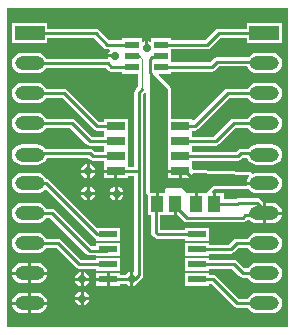
<source format=gtl>
G04*
G04 #@! TF.GenerationSoftware,Altium Limited,Altium Designer,20.0.14 (345)*
G04*
G04 Layer_Physical_Order=1*
G04 Layer_Color=255*
%FSLAX25Y25*%
%MOIN*%
G70*
G01*
G75*
%ADD10C,0.01000*%
%ADD12R,0.05906X0.02362*%
%ADD13R,0.06004X0.02559*%
%ADD14R,0.04331X0.05512*%
%ADD15R,0.04724X0.02362*%
%ADD23C,0.00400*%
%ADD24O,0.09843X0.04724*%
%ADD25R,0.09843X0.04724*%
%ADD26C,0.02756*%
G36*
X481000Y216500D02*
X387500D01*
Y323000D01*
X481000D01*
Y216500D01*
D02*
G37*
%LPC*%
G36*
X479243Y317862D02*
X467401D01*
Y315950D01*
X458000D01*
X457415Y315834D01*
X456919Y315503D01*
X453607Y312191D01*
X442283D01*
Y312842D01*
X435559D01*
Y311848D01*
X435118Y311613D01*
X434928Y311740D01*
X434500Y311825D01*
Y309500D01*
X433500D01*
Y311825D01*
X433072Y311740D01*
X432882Y311613D01*
X432441Y311848D01*
Y312842D01*
X425716D01*
Y312191D01*
X421508D01*
X418196Y315503D01*
X417700Y315834D01*
X417115Y315950D01*
X400921D01*
Y317862D01*
X389079D01*
Y311138D01*
X400921D01*
Y312892D01*
X416481D01*
X419793Y309580D01*
X420290Y309248D01*
X420875Y309132D01*
X421579D01*
X421730Y308632D01*
X421260Y307928D01*
X421175Y307500D01*
X423500D01*
Y306500D01*
X421175D01*
X421190Y306422D01*
X421145Y306311D01*
X420786Y305950D01*
X400597D01*
X400496Y306196D01*
X399957Y306898D01*
X399255Y307437D01*
X398437Y307776D01*
X397559Y307891D01*
X392441D01*
X391563Y307776D01*
X390745Y307437D01*
X390043Y306898D01*
X389504Y306196D01*
X389165Y305378D01*
X389050Y304500D01*
X389165Y303622D01*
X389504Y302804D01*
X390043Y302102D01*
X390745Y301563D01*
X391563Y301224D01*
X392441Y301109D01*
X397559D01*
X398437Y301224D01*
X399255Y301563D01*
X399957Y302102D01*
X400496Y302804D01*
X400532Y302892D01*
X420366D01*
X421159Y302099D01*
X421655Y301768D01*
X422240Y301652D01*
X425716D01*
Y301000D01*
X431277D01*
Y296670D01*
X430333Y295726D01*
X430001Y295230D01*
X429885Y294645D01*
Y269951D01*
X427825D01*
Y270641D01*
X427825Y270701D01*
Y271142D01*
X427825Y271201D01*
Y275641D01*
X427825Y275701D01*
Y276142D01*
X427825Y276201D01*
Y280642D01*
X427825Y280701D01*
Y281141D01*
X427825Y281201D01*
Y285701D01*
X419821D01*
Y284950D01*
X418133D01*
X407581Y295502D01*
X407085Y295834D01*
X406500Y295951D01*
X400597D01*
X400496Y296196D01*
X399957Y296898D01*
X399255Y297437D01*
X398437Y297776D01*
X397559Y297891D01*
X392441D01*
X391563Y297776D01*
X390745Y297437D01*
X390043Y296898D01*
X389504Y296196D01*
X389165Y295378D01*
X389050Y294500D01*
X389165Y293622D01*
X389504Y292804D01*
X390043Y292102D01*
X390745Y291563D01*
X391563Y291224D01*
X392441Y291109D01*
X397559D01*
X398437Y291224D01*
X399255Y291563D01*
X399957Y292102D01*
X400496Y292804D01*
X400532Y292892D01*
X405866D01*
X416419Y282340D01*
X416915Y282008D01*
X417500Y281892D01*
X419821D01*
Y281201D01*
X419821Y281141D01*
Y280701D01*
X419821Y280642D01*
Y279950D01*
X415633D01*
X410081Y285503D01*
X409585Y285834D01*
X409000Y285950D01*
X400597D01*
X400496Y286196D01*
X399957Y286898D01*
X399255Y287437D01*
X398437Y287776D01*
X397559Y287891D01*
X392441D01*
X391563Y287776D01*
X390745Y287437D01*
X390043Y286898D01*
X389504Y286196D01*
X389165Y285378D01*
X389050Y284500D01*
X389165Y283622D01*
X389504Y282804D01*
X390043Y282102D01*
X390745Y281563D01*
X391563Y281224D01*
X392441Y281109D01*
X397559D01*
X398437Y281224D01*
X399255Y281563D01*
X399957Y282102D01*
X400496Y282804D01*
X400532Y282892D01*
X408366D01*
X413919Y277340D01*
X414415Y277008D01*
X415000Y276892D01*
X419821D01*
Y276201D01*
X419821Y276142D01*
Y275701D01*
X419821Y275641D01*
Y274951D01*
X416634D01*
X416081Y275502D01*
X415585Y275834D01*
X415000Y275951D01*
X400300D01*
X399957Y276398D01*
X399255Y276937D01*
X398437Y277276D01*
X397559Y277391D01*
X392441D01*
X391563Y277276D01*
X390745Y276937D01*
X390043Y276398D01*
X389504Y275696D01*
X389165Y274878D01*
X389050Y274000D01*
X389165Y273122D01*
X389504Y272304D01*
X390043Y271602D01*
X390745Y271063D01*
X391563Y270724D01*
X392441Y270609D01*
X397559D01*
X398437Y270724D01*
X399255Y271063D01*
X399957Y271602D01*
X400496Y272304D01*
X400739Y272892D01*
X414366D01*
X414919Y272340D01*
X415415Y272008D01*
X416000Y271892D01*
X419821D01*
Y271201D01*
X419821Y271142D01*
Y270701D01*
X419821Y270641D01*
Y268921D01*
X423823D01*
Y268421D01*
X424323D01*
Y266142D01*
X427825D01*
Y266892D01*
X429885D01*
Y235143D01*
X429500Y234827D01*
Y232500D01*
Y230175D01*
X429928Y230260D01*
X430714Y230786D01*
X431091Y231349D01*
X432496Y232754D01*
X432827Y233250D01*
X432944Y233835D01*
Y268421D01*
Y294011D01*
X433480Y294548D01*
X433878Y294435D01*
X433980Y294360D01*
Y270000D01*
Y261256D01*
X434058Y260866D01*
X434279Y260535D01*
X434429Y260435D01*
Y253744D01*
X435471D01*
Y248007D01*
X435587Y247422D01*
X435919Y246925D01*
X436504Y246340D01*
X437001Y246008D01*
X437586Y245892D01*
X446811D01*
Y245240D01*
X454716D01*
Y249602D01*
X446811D01*
Y248951D01*
X438529D01*
Y253744D01*
X443000D01*
Y257500D01*
X444000D01*
Y253744D01*
X444502D01*
X446328Y251919D01*
X446824Y251587D01*
X447409Y251471D01*
X466000D01*
X466585Y251587D01*
X467081Y251919D01*
X467452Y252290D01*
X468221D01*
X468365Y252102D01*
X469067Y251563D01*
X469885Y251224D01*
X470763Y251109D01*
X472822D01*
Y253581D01*
X472992Y253836D01*
X473108Y254421D01*
X473093Y254500D01*
X472992Y255006D01*
X472822Y255261D01*
Y258169D01*
X471910Y259081D01*
X471414Y259413D01*
X470828Y259529D01*
X464747D01*
X464162Y259413D01*
X463665Y259081D01*
X463613Y259029D01*
X459665D01*
Y261256D01*
X457000D01*
Y257500D01*
X456000D01*
Y261256D01*
X455851D01*
X455660Y261718D01*
X456422Y262480D01*
X467024D01*
X467072Y262490D01*
X467121Y262485D01*
X467266Y262528D01*
X467415Y262558D01*
X467417Y262560D01*
X467464Y262588D01*
X467502Y262599D01*
X468025Y262519D01*
X468086Y262463D01*
X468103Y262444D01*
X468365Y262102D01*
X469067Y261563D01*
X469885Y261224D01*
X470763Y261109D01*
X475881D01*
X476759Y261224D01*
X477577Y261563D01*
X478279Y262102D01*
X478818Y262804D01*
X479157Y263622D01*
X479272Y264500D01*
X479157Y265378D01*
X478818Y266196D01*
X478279Y266898D01*
X477577Y267437D01*
X476759Y267776D01*
X475881Y267891D01*
X470763D01*
X469885Y267776D01*
X469601Y267658D01*
X469110Y267667D01*
X469029Y267798D01*
X468961Y267936D01*
X468926Y267966D01*
X468901Y268006D01*
X468776Y268095D01*
X468660Y268196D01*
X468616Y268211D01*
X468578Y268238D01*
X468429Y268273D01*
X468283Y268322D01*
X468236Y268319D01*
X468191Y268329D01*
X449575Y268983D01*
X449509Y269033D01*
X449213Y269341D01*
X449179Y269425D01*
Y270701D01*
X449179D01*
Y271142D01*
X449179D01*
Y271892D01*
X464500D01*
X465085Y272008D01*
X465581Y272340D01*
X466133Y272892D01*
X467583D01*
X467826Y272304D01*
X468365Y271602D01*
X469067Y271063D01*
X469885Y270724D01*
X470763Y270609D01*
X475881D01*
X476759Y270724D01*
X477577Y271063D01*
X478279Y271602D01*
X478818Y272304D01*
X479157Y273122D01*
X479272Y274000D01*
X479157Y274878D01*
X478818Y275696D01*
X478279Y276398D01*
X477577Y276937D01*
X476759Y277276D01*
X475881Y277391D01*
X470763D01*
X469885Y277276D01*
X469067Y276937D01*
X468365Y276398D01*
X468021Y275951D01*
X465500D01*
X464915Y275834D01*
X464419Y275502D01*
X463867Y274951D01*
X449179D01*
Y275701D01*
X449179D01*
Y276142D01*
X449179D01*
Y276892D01*
X457000D01*
X457585Y277008D01*
X458081Y277340D01*
X463633Y282892D01*
X467790D01*
X467826Y282804D01*
X468365Y282102D01*
X469067Y281563D01*
X469885Y281224D01*
X470763Y281109D01*
X475881D01*
X476759Y281224D01*
X477577Y281563D01*
X478279Y282102D01*
X478818Y282804D01*
X479157Y283622D01*
X479272Y284500D01*
X479157Y285378D01*
X478818Y286196D01*
X478279Y286898D01*
X477577Y287437D01*
X476759Y287776D01*
X475881Y287891D01*
X470763D01*
X469885Y287776D01*
X469067Y287437D01*
X468365Y286898D01*
X467826Y286196D01*
X467724Y285950D01*
X463000D01*
X462415Y285834D01*
X461919Y285503D01*
X456366Y279950D01*
X449179D01*
Y280701D01*
X449179D01*
Y281142D01*
X449179D01*
Y281892D01*
X450000D01*
X450585Y282008D01*
X451081Y282340D01*
X461633Y292892D01*
X467790D01*
X467826Y292804D01*
X468365Y292102D01*
X469067Y291563D01*
X469885Y291224D01*
X470763Y291109D01*
X475881D01*
X476759Y291224D01*
X477577Y291563D01*
X478279Y292102D01*
X478818Y292804D01*
X479157Y293622D01*
X479272Y294500D01*
X479157Y295378D01*
X478818Y296196D01*
X478279Y296898D01*
X477577Y297437D01*
X476759Y297776D01*
X475881Y297891D01*
X470763D01*
X469885Y297776D01*
X469067Y297437D01*
X468365Y296898D01*
X467826Y296196D01*
X467724Y295951D01*
X461000D01*
X460415Y295834D01*
X459919Y295502D01*
X449679Y285263D01*
X449179Y285470D01*
Y285701D01*
X442020D01*
Y296000D01*
X441942Y296390D01*
X441721Y296721D01*
X437904Y300538D01*
X438095Y301000D01*
X442283D01*
Y301652D01*
X455760D01*
X456345Y301768D01*
X456841Y302099D01*
X458134Y303392D01*
X467583D01*
X467826Y302804D01*
X468365Y302102D01*
X469067Y301563D01*
X469885Y301224D01*
X470763Y301109D01*
X475881D01*
X476759Y301224D01*
X477577Y301563D01*
X478279Y302102D01*
X478818Y302804D01*
X479157Y303622D01*
X479272Y304500D01*
X479157Y305378D01*
X478818Y306196D01*
X478279Y306898D01*
X477577Y307437D01*
X476759Y307776D01*
X475881Y307891D01*
X470763D01*
X469885Y307776D01*
X469067Y307437D01*
X468365Y306898D01*
X468021Y306451D01*
X457500D01*
X456915Y306334D01*
X456419Y306002D01*
X455126Y304710D01*
X442283D01*
Y309132D01*
X454240D01*
X454825Y309248D01*
X455322Y309580D01*
X458634Y312892D01*
X467401D01*
Y311138D01*
X479243D01*
Y317862D01*
D02*
G37*
G36*
X415000Y270825D02*
Y269000D01*
X416825D01*
X416740Y269428D01*
X416214Y270214D01*
X415428Y270740D01*
X415000Y270825D01*
D02*
G37*
G36*
X414000D02*
X413572Y270740D01*
X412786Y270214D01*
X412260Y269428D01*
X412175Y269000D01*
X414000D01*
Y270825D01*
D02*
G37*
G36*
X416825Y268000D02*
X415000D01*
Y266175D01*
X415428Y266260D01*
X416214Y266786D01*
X416740Y267572D01*
X416825Y268000D01*
D02*
G37*
G36*
X414000D02*
X412175D01*
X412260Y267572D01*
X412786Y266786D01*
X413572Y266260D01*
X414000Y266175D01*
Y268000D01*
D02*
G37*
G36*
X423323Y267921D02*
X419821D01*
Y266142D01*
X423323D01*
Y267921D01*
D02*
G37*
G36*
X424500Y263325D02*
Y261500D01*
X426325D01*
X426240Y261928D01*
X425714Y262714D01*
X424928Y263240D01*
X424500Y263325D01*
D02*
G37*
G36*
X423500D02*
X423072Y263240D01*
X422286Y262714D01*
X421760Y261928D01*
X421675Y261500D01*
X423500D01*
Y263325D01*
D02*
G37*
G36*
X415000D02*
Y261500D01*
X416825D01*
X416740Y261928D01*
X416214Y262714D01*
X415428Y263240D01*
X415000Y263325D01*
D02*
G37*
G36*
X414000D02*
X413572Y263240D01*
X412786Y262714D01*
X412260Y261928D01*
X412175Y261500D01*
X414000D01*
Y263325D01*
D02*
G37*
G36*
X426325Y260500D02*
X424500D01*
Y258675D01*
X424928Y258760D01*
X425714Y259286D01*
X426240Y260072D01*
X426325Y260500D01*
D02*
G37*
G36*
X423500D02*
X421675D01*
X421760Y260072D01*
X422286Y259286D01*
X423072Y258760D01*
X423500Y258675D01*
Y260500D01*
D02*
G37*
G36*
X416825D02*
X415000D01*
Y258675D01*
X415428Y258760D01*
X416214Y259286D01*
X416740Y260072D01*
X416825Y260500D01*
D02*
G37*
G36*
X414000D02*
X412175D01*
X412260Y260072D01*
X412786Y259286D01*
X413572Y258760D01*
X414000Y258675D01*
Y260500D01*
D02*
G37*
G36*
X475881Y257891D02*
X473822D01*
Y255000D01*
X479206D01*
X479157Y255378D01*
X478818Y256196D01*
X478279Y256898D01*
X477577Y257437D01*
X476759Y257776D01*
X475881Y257891D01*
D02*
G37*
G36*
X479206Y254000D02*
X473822D01*
Y251109D01*
X475881D01*
X476759Y251224D01*
X477577Y251563D01*
X478279Y252102D01*
X478818Y252804D01*
X479157Y253622D01*
X479206Y254000D01*
D02*
G37*
G36*
X397559Y267891D02*
X392441D01*
X391563Y267776D01*
X390745Y267437D01*
X390043Y266898D01*
X389504Y266196D01*
X389165Y265378D01*
X389050Y264500D01*
X389165Y263622D01*
X389504Y262804D01*
X390043Y262102D01*
X390745Y261563D01*
X391563Y261224D01*
X392441Y261109D01*
X397559D01*
X398437Y261224D01*
X399255Y261563D01*
X399957Y262102D01*
X400030Y262197D01*
X400529Y262229D01*
X416419Y246340D01*
X416915Y246008D01*
X417283Y245935D01*
Y245240D01*
X425189D01*
Y249602D01*
X417482D01*
X401581Y265503D01*
X401085Y265834D01*
X400606Y265929D01*
X400496Y266196D01*
X399957Y266898D01*
X399255Y267437D01*
X398437Y267776D01*
X397559Y267891D01*
D02*
G37*
G36*
X475881Y247891D02*
X470763D01*
X469885Y247776D01*
X469067Y247437D01*
X468365Y246898D01*
X467826Y246196D01*
X467724Y245951D01*
X464000D01*
X463415Y245834D01*
X462919Y245502D01*
X461367Y243951D01*
X454716D01*
Y244602D01*
X446811D01*
Y240240D01*
X454716D01*
Y240892D01*
X462000D01*
X462585Y241008D01*
X463081Y241340D01*
X464634Y242892D01*
X467790D01*
X467826Y242804D01*
X468365Y242102D01*
X469067Y241563D01*
X469885Y241224D01*
X470763Y241109D01*
X475881D01*
X476759Y241224D01*
X477577Y241563D01*
X478279Y242102D01*
X478818Y242804D01*
X479157Y243622D01*
X479272Y244500D01*
X479157Y245378D01*
X478818Y246196D01*
X478279Y246898D01*
X477577Y247437D01*
X476759Y247776D01*
X475881Y247891D01*
D02*
G37*
G36*
X397559Y257891D02*
X392441D01*
X391563Y257776D01*
X390745Y257437D01*
X390043Y256898D01*
X389504Y256196D01*
X389165Y255378D01*
X389050Y254500D01*
X389165Y253622D01*
X389504Y252804D01*
X390043Y252102D01*
X390745Y251563D01*
X391563Y251224D01*
X392441Y251109D01*
X397559D01*
X398437Y251224D01*
X399255Y251563D01*
X399957Y252102D01*
X400496Y252804D01*
X400532Y252892D01*
X401866D01*
X413919Y240840D01*
X414415Y240508D01*
X415000Y240392D01*
X417283D01*
Y240240D01*
X425189D01*
Y244602D01*
X417283D01*
Y243450D01*
X415633D01*
X403581Y255503D01*
X403085Y255834D01*
X402500Y255950D01*
X400597D01*
X400496Y256196D01*
X399957Y256898D01*
X399255Y257437D01*
X398437Y257776D01*
X397559Y257891D01*
D02*
G37*
G36*
Y247891D02*
X392441D01*
X391563Y247776D01*
X390745Y247437D01*
X390043Y246898D01*
X389504Y246196D01*
X389165Y245378D01*
X389050Y244500D01*
X389165Y243622D01*
X389504Y242804D01*
X390043Y242102D01*
X390745Y241563D01*
X391563Y241224D01*
X392441Y241109D01*
X397559D01*
X398437Y241224D01*
X399255Y241563D01*
X399957Y242102D01*
X400496Y242804D01*
X400532Y242892D01*
X403866D01*
X410419Y236340D01*
X410915Y236008D01*
X411500Y235892D01*
X417283D01*
Y235240D01*
X425189D01*
Y239602D01*
X417283D01*
Y238950D01*
X412134D01*
X405581Y245502D01*
X405085Y245834D01*
X404500Y245951D01*
X400597D01*
X400496Y246196D01*
X399957Y246898D01*
X399255Y247437D01*
X398437Y247776D01*
X397559Y247891D01*
D02*
G37*
G36*
Y237891D02*
X395500D01*
Y235000D01*
X400884D01*
X400835Y235378D01*
X400496Y236196D01*
X399957Y236898D01*
X399255Y237437D01*
X398437Y237776D01*
X397559Y237891D01*
D02*
G37*
G36*
X394500D02*
X392441D01*
X391563Y237776D01*
X390745Y237437D01*
X390043Y236898D01*
X389504Y236196D01*
X389165Y235378D01*
X389116Y235000D01*
X394500D01*
Y237891D01*
D02*
G37*
G36*
X428500Y234825D02*
X428072Y234740D01*
X427286Y234214D01*
X427109Y233950D01*
X425189D01*
Y234602D01*
X421736D01*
Y232421D01*
Y230240D01*
X425189D01*
Y230892D01*
X427215D01*
X427286Y230786D01*
X428072Y230260D01*
X428500Y230175D01*
Y232500D01*
Y234825D01*
D02*
G37*
G36*
X413000D02*
Y233000D01*
X414825D01*
X414740Y233428D01*
X414214Y234214D01*
X413428Y234740D01*
X413000Y234825D01*
D02*
G37*
G36*
X412000D02*
X411572Y234740D01*
X410786Y234214D01*
X410260Y233428D01*
X410175Y233000D01*
X412000D01*
Y234825D01*
D02*
G37*
G36*
X420736Y234602D02*
X417283D01*
Y232921D01*
X420736D01*
Y234602D01*
D02*
G37*
G36*
X454716Y239602D02*
X446811D01*
Y235240D01*
X454716D01*
Y235892D01*
X462445D01*
X464919Y233419D01*
X465415Y233087D01*
X466000Y232971D01*
X467757D01*
X467826Y232804D01*
X468365Y232102D01*
X469067Y231563D01*
X469885Y231224D01*
X470763Y231109D01*
X475881D01*
X476759Y231224D01*
X477577Y231563D01*
X478279Y232102D01*
X478818Y232804D01*
X479157Y233622D01*
X479272Y234500D01*
X479157Y235378D01*
X478818Y236196D01*
X478279Y236898D01*
X477577Y237437D01*
X476759Y237776D01*
X475881Y237891D01*
X470763D01*
X469885Y237776D01*
X469067Y237437D01*
X468365Y236898D01*
X467826Y236196D01*
X467757Y236029D01*
X466634D01*
X464160Y238503D01*
X463664Y238834D01*
X463079Y238950D01*
X454716D01*
Y239602D01*
D02*
G37*
G36*
X400884Y234000D02*
X395500D01*
Y231109D01*
X397559D01*
X398437Y231224D01*
X399255Y231563D01*
X399957Y232102D01*
X400496Y232804D01*
X400835Y233622D01*
X400884Y234000D01*
D02*
G37*
G36*
X394500D02*
X389116D01*
X389165Y233622D01*
X389504Y232804D01*
X390043Y232102D01*
X390745Y231563D01*
X391563Y231224D01*
X392441Y231109D01*
X394500D01*
Y234000D01*
D02*
G37*
G36*
X420736Y231921D02*
X417283D01*
Y230240D01*
X420736D01*
Y231921D01*
D02*
G37*
G36*
X414825Y232000D02*
X413000D01*
Y230175D01*
X413428Y230260D01*
X414214Y230786D01*
X414740Y231572D01*
X414825Y232000D01*
D02*
G37*
G36*
X412000D02*
X410175D01*
X410260Y231572D01*
X410786Y230786D01*
X411572Y230260D01*
X412000Y230175D01*
Y232000D01*
D02*
G37*
G36*
X413000Y228325D02*
Y226500D01*
X414825D01*
X414740Y226928D01*
X414214Y227714D01*
X413428Y228240D01*
X413000Y228325D01*
D02*
G37*
G36*
X412000D02*
X411572Y228240D01*
X410786Y227714D01*
X410260Y226928D01*
X410175Y226500D01*
X412000D01*
Y228325D01*
D02*
G37*
G36*
X397559Y227891D02*
X395500D01*
Y225000D01*
X400884D01*
X400835Y225378D01*
X400496Y226196D01*
X399957Y226898D01*
X399255Y227437D01*
X398437Y227776D01*
X397559Y227891D01*
D02*
G37*
G36*
X394500D02*
X392441D01*
X391563Y227776D01*
X390745Y227437D01*
X390043Y226898D01*
X389504Y226196D01*
X389165Y225378D01*
X389116Y225000D01*
X394500D01*
Y227891D01*
D02*
G37*
G36*
X414825Y225500D02*
X413000D01*
Y223675D01*
X413428Y223760D01*
X414214Y224286D01*
X414740Y225072D01*
X414825Y225500D01*
D02*
G37*
G36*
X412000D02*
X410175D01*
X410260Y225072D01*
X410786Y224286D01*
X411572Y223760D01*
X412000Y223675D01*
Y225500D01*
D02*
G37*
G36*
X454716Y234602D02*
X446811D01*
Y230240D01*
X454716D01*
Y230892D01*
X455445D01*
X462997Y223340D01*
X463494Y223008D01*
X464079Y222892D01*
X467790D01*
X467826Y222804D01*
X468365Y222102D01*
X469067Y221563D01*
X469885Y221224D01*
X470763Y221109D01*
X475881D01*
X476759Y221224D01*
X477577Y221563D01*
X478279Y222102D01*
X478818Y222804D01*
X479157Y223622D01*
X479272Y224500D01*
X479157Y225378D01*
X478818Y226196D01*
X478279Y226898D01*
X477577Y227437D01*
X476759Y227776D01*
X475881Y227891D01*
X470763D01*
X469885Y227776D01*
X469067Y227437D01*
X468365Y226898D01*
X467826Y226196D01*
X467724Y225951D01*
X464712D01*
X457160Y233503D01*
X456664Y233834D01*
X456079Y233950D01*
X454716D01*
Y234602D01*
D02*
G37*
G36*
X400884Y224000D02*
X395500D01*
Y221109D01*
X397559D01*
X398437Y221224D01*
X399255Y221563D01*
X399957Y222102D01*
X400496Y222804D01*
X400835Y223622D01*
X400884Y224000D01*
D02*
G37*
G36*
X394500D02*
X389116D01*
X389165Y223622D01*
X389504Y222804D01*
X390043Y222102D01*
X390745Y221563D01*
X391563Y221224D01*
X392441Y221109D01*
X394500D01*
Y224000D01*
D02*
G37*
%LPD*%
G36*
X441000Y296000D02*
Y270000D01*
X441175D01*
Y268921D01*
X445177D01*
Y268421D01*
X445677D01*
Y266142D01*
X449179D01*
Y267616D01*
X449539Y267964D01*
X468155Y267310D01*
X468294Y266805D01*
X467826Y266196D01*
X467487Y265378D01*
X467437Y265000D01*
X473322D01*
Y264000D01*
X467437D01*
X467024Y263500D01*
X456000D01*
X453756Y261256D01*
X447429D01*
X447429Y261256D01*
Y261256D01*
X447023Y261477D01*
X445500Y263000D01*
X440500D01*
X440000Y262500D01*
Y261256D01*
X438095D01*
Y257500D01*
X437094D01*
Y261256D01*
X435000D01*
Y269675D01*
Y300500D01*
X436500D01*
X441000Y296000D01*
D02*
G37*
%LPC*%
G36*
X444677Y267921D02*
X441175D01*
Y266142D01*
X444677D01*
Y267921D01*
D02*
G37*
%LPD*%
D10*
X435500Y299500D02*
X437414Y297586D01*
X464079Y224421D02*
X473240D01*
X456079Y232421D02*
X464079Y224421D01*
X450764Y232421D02*
X456079D01*
X473161Y234500D02*
X473240Y234421D01*
X466000Y234500D02*
X473161D01*
X450764Y237421D02*
X463079D01*
X466000Y234500D01*
X437586Y247421D02*
X450764D01*
X437000Y256906D02*
X437595Y257500D01*
X437000Y248007D02*
Y256906D01*
Y248007D02*
X437586Y247421D01*
X435000Y305770D02*
X435704Y306474D01*
X435000Y301437D02*
Y305770D01*
X438474Y306474D02*
X438921Y306921D01*
X435704Y306474D02*
X438474D01*
X435500Y299500D02*
Y300938D01*
X435000Y301437D02*
X435500Y300938D01*
X472977Y253819D02*
X473579Y254421D01*
Y255250D01*
X466819Y253819D02*
X472977D01*
X466000Y253000D02*
X466819Y253819D01*
X447409Y253000D02*
X466000D01*
X443500Y256909D02*
Y257500D01*
Y256909D02*
X447409Y253000D01*
X456500Y257500D02*
X464247D01*
X464747Y258000D01*
X470828D01*
X473579Y255250D01*
X450595Y257500D02*
Y264726D01*
X446900Y268421D02*
X450595Y264726D01*
X445177Y268421D02*
X446900D01*
X437414Y270586D02*
X437595Y270406D01*
X437414Y270586D02*
Y297586D01*
X437595Y257500D02*
Y270406D01*
X470000Y256000D02*
X471579Y254421D01*
X430000Y232421D02*
X431414Y233835D01*
Y268421D01*
X400500Y264421D02*
X417500Y247421D01*
X421236D01*
X394500Y264421D02*
X400500D01*
X464000Y244421D02*
X473240D01*
X462000Y242421D02*
X464000Y244421D01*
X450764Y242421D02*
X462000D01*
X411500Y237421D02*
X421236D01*
X404500Y244421D02*
X411500Y237421D01*
X394500Y244421D02*
X404500D01*
X420736Y241921D02*
X421236Y242421D01*
X415000Y241921D02*
X420736D01*
X402500Y254421D02*
X415000Y241921D01*
X394500Y254421D02*
X402500D01*
X465500Y274421D02*
X473240D01*
X464500Y273421D02*
X465500Y274421D01*
X445177Y273421D02*
X464500D01*
X463000Y284421D02*
X473240D01*
X457000Y278421D02*
X463000Y284421D01*
X445177Y278421D02*
X457000D01*
X461000Y294421D02*
X473240D01*
X450000Y283421D02*
X461000Y294421D01*
X445177Y283421D02*
X450000D01*
X394500Y274421D02*
X415000D01*
X416000Y273421D01*
X423823D01*
X415000Y278421D02*
X423823D01*
X409000Y284421D02*
X415000Y278421D01*
X394500Y284421D02*
X409000D01*
X417500Y283421D02*
X423823D01*
X406500Y294421D02*
X417500Y283421D01*
X394500Y294421D02*
X406500D01*
X394500Y314421D02*
X417115D01*
X429079Y310661D02*
X429079Y310661D01*
X420875Y310661D02*
X429079D01*
X417115Y314421D02*
X420875Y310661D01*
X457500Y304921D02*
X472740D01*
X455760Y303181D02*
X457500Y304921D01*
X438921Y303181D02*
X455760D01*
X458000Y314421D02*
X473240D01*
X454240Y310661D02*
X458000Y314421D01*
X438921Y310661D02*
X454240D01*
X422240Y303181D02*
X429079D01*
X421000Y304421D02*
X422240Y303181D01*
X394500Y304421D02*
X421000D01*
X429079Y306921D02*
X431500D01*
X431414Y294645D02*
X432500Y295731D01*
X431414Y268421D02*
Y294645D01*
X423823Y268421D02*
X431414D01*
X421236Y232421D02*
X430000D01*
D12*
X450764Y247421D02*
D03*
Y242421D02*
D03*
Y237421D02*
D03*
Y232421D02*
D03*
X421236D02*
D03*
Y237421D02*
D03*
Y242421D02*
D03*
Y247421D02*
D03*
D13*
X445177Y268421D02*
D03*
Y273421D02*
D03*
Y278421D02*
D03*
Y283421D02*
D03*
X423823D02*
D03*
Y278421D02*
D03*
Y273421D02*
D03*
Y268421D02*
D03*
D14*
X443500Y257500D02*
D03*
X437595D02*
D03*
X456500D02*
D03*
X450595D02*
D03*
D15*
X429079Y310661D02*
D03*
Y306921D02*
D03*
Y303181D02*
D03*
X438921D02*
D03*
Y306921D02*
D03*
Y310661D02*
D03*
D23*
X431500Y306921D02*
X432500Y305921D01*
Y305000D02*
Y305921D01*
Y295731D02*
Y301362D01*
X432641Y301503D02*
Y304859D01*
X432500Y301362D02*
X432641Y301503D01*
X432500Y305000D02*
X432641Y304859D01*
D24*
X473322Y224500D02*
D03*
Y234500D02*
D03*
Y244500D02*
D03*
Y254500D02*
D03*
Y264500D02*
D03*
Y274000D02*
D03*
Y284500D02*
D03*
Y294500D02*
D03*
Y304500D02*
D03*
X395000Y224500D02*
D03*
Y234500D02*
D03*
Y244500D02*
D03*
Y254500D02*
D03*
Y264500D02*
D03*
Y274000D02*
D03*
Y284500D02*
D03*
Y294500D02*
D03*
Y304500D02*
D03*
D25*
X473322Y314500D02*
D03*
X395000D02*
D03*
D26*
X423500Y307000D02*
D03*
X434000Y309500D02*
D03*
X429000Y232500D02*
D03*
X412500Y226000D02*
D03*
Y232500D02*
D03*
X414500Y261000D02*
D03*
X424000D02*
D03*
X414500Y268500D02*
D03*
M02*

</source>
